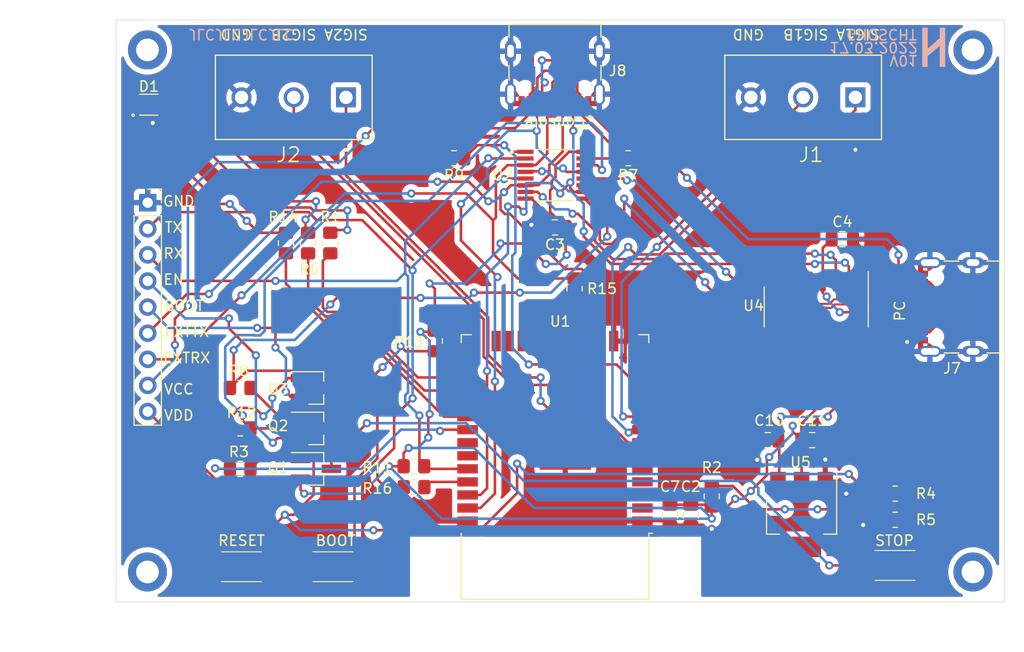
<source format=kicad_pcb>
(kicad_pcb (version 20211014) (generator pcbnew)

  (general
    (thickness 1.6)
  )

  (paper "A4")
  (title_block
    (title "Heliox Control")
    (date "2022-03-17")
    (rev "v01")
    (comment 4 "Author: GHOSCHT")
  )

  (layers
    (0 "F.Cu" signal)
    (31 "B.Cu" signal)
    (32 "B.Adhes" user "B.Adhesive")
    (33 "F.Adhes" user "F.Adhesive")
    (34 "B.Paste" user)
    (35 "F.Paste" user)
    (36 "B.SilkS" user "B.Silkscreen")
    (37 "F.SilkS" user "F.Silkscreen")
    (38 "B.Mask" user)
    (39 "F.Mask" user)
    (40 "Dwgs.User" user "User.Drawings")
    (41 "Cmts.User" user "User.Comments")
    (42 "Eco1.User" user "User.Eco1")
    (43 "Eco2.User" user "User.Eco2")
    (44 "Edge.Cuts" user)
    (45 "Margin" user)
    (46 "B.CrtYd" user "B.Courtyard")
    (47 "F.CrtYd" user "F.Courtyard")
    (48 "B.Fab" user)
    (49 "F.Fab" user)
  )

  (setup
    (stackup
      (layer "F.SilkS" (type "Top Silk Screen"))
      (layer "F.Paste" (type "Top Solder Paste"))
      (layer "F.Mask" (type "Top Solder Mask") (thickness 0.01))
      (layer "F.Cu" (type "copper") (thickness 0.035))
      (layer "dielectric 1" (type "core") (thickness 1.51) (material "FR4") (epsilon_r 4.5) (loss_tangent 0.02))
      (layer "B.Cu" (type "copper") (thickness 0.035))
      (layer "B.Mask" (type "Bottom Solder Mask") (thickness 0.01))
      (layer "B.Paste" (type "Bottom Solder Paste"))
      (layer "B.SilkS" (type "Bottom Silk Screen"))
      (copper_finish "None")
      (dielectric_constraints no)
    )
    (pad_to_mask_clearance 0)
    (pcbplotparams
      (layerselection 0x00010fc_ffffffff)
      (disableapertmacros false)
      (usegerberextensions true)
      (usegerberattributes true)
      (usegerberadvancedattributes true)
      (creategerberjobfile true)
      (svguseinch false)
      (svgprecision 6)
      (excludeedgelayer true)
      (plotframeref false)
      (viasonmask false)
      (mode 1)
      (useauxorigin false)
      (hpglpennumber 1)
      (hpglpenspeed 20)
      (hpglpendiameter 15.000000)
      (dxfpolygonmode true)
      (dxfimperialunits true)
      (dxfusepcbnewfont true)
      (psnegative false)
      (psa4output false)
      (plotreference true)
      (plotvalue false)
      (plotinvisibletext false)
      (sketchpadsonfab false)
      (subtractmaskfromsilk true)
      (outputformat 1)
      (mirror false)
      (drillshape 0)
      (scaleselection 1)
      (outputdirectory "Gerber/")
    )
  )

  (net 0 "")
  (net 1 "VDD")
  (net 2 "GND")
  (net 3 "MUXDTR")
  (net 4 "VCC")
  (net 5 "Net-(D1-Pad2)")
  (net 6 "Net-(D1-Pad1)")
  (net 7 "Net-(D1-Pad3)")
  (net 8 "RX")
  (net 9 "TX")
  (net 10 "EN")
  (net 11 "BOOT")
  (net 12 "unconnected-(J7-PadA5)")
  (net 13 "unconnected-(J7-PadB8)")
  (net 14 "unconnected-(J7-PadA8)")
  (net 15 "unconnected-(J7-PadB5)")
  (net 16 "EXTRTS")
  (net 17 "EXTDTR")
  (net 18 "Net-(Q2-Pad1)")
  (net 19 "SIG1A")
  (net 20 "SIG1B")
  (net 21 "D+")
  (net 22 "D-")
  (net 23 "SIG2A")
  (net 24 "SIG2B")
  (net 25 "RTS")
  (net 26 "Net-(Q3-Pad1)")
  (net 27 "EXTRX")
  (net 28 "EXTTX")
  (net 29 "DTR")
  (net 30 "LEDR")
  (net 31 "STOPRST")
  (net 32 "Net-(Q1-Pad1)")
  (net 33 "LEDG")
  (net 34 "LEDB")
  (net 35 "MUXRX")
  (net 36 "Net-(R15-Pad2)")
  (net 37 "MUXTX")
  (net 38 "Net-(R16-Pad2)")
  (net 39 "unconnected-(U1-Pad4)")
  (net 40 "unconnected-(U1-Pad5)")
  (net 41 "unconnected-(U1-Pad10)")
  (net 42 "unconnected-(U1-Pad11)")
  (net 43 "MUX")
  (net 44 "unconnected-(U1-Pad13)")
  (net 45 "unconnected-(U1-Pad14)")
  (net 46 "unconnected-(U1-Pad16)")
  (net 47 "unconnected-(U1-Pad19)")
  (net 48 "Net-(Q1-Pad3)")
  (net 49 "unconnected-(U1-Pad20)")
  (net 50 "unconnected-(U1-Pad21)")
  (net 51 "unconnected-(U1-Pad22)")
  (net 52 "unconnected-(U1-Pad23)")
  (net 53 "unconnected-(U1-Pad24)")
  (net 54 "unconnected-(U1-Pad26)")
  (net 55 "unconnected-(U1-Pad29)")
  (net 56 "unconnected-(U1-Pad32)")
  (net 57 "unconnected-(U1-Pad33)")
  (net 58 "Net-(R5-Pad2)")
  (net 59 "Net-(R7-Pad2)")
  (net 60 "MUXRTS")
  (net 61 "unconnected-(U4-Pad7)")
  (net 62 "unconnected-(U4-Pad8)")
  (net 63 "unconnected-(U4-Pad9)")
  (net 64 "unconnected-(U4-Pad10)")
  (net 65 "unconnected-(U4-Pad11)")
  (net 66 "unconnected-(U4-Pad12)")
  (net 67 "unconnected-(U4-Pad15)")

  (footprint "HRO_TYPE-C-31-M-12:HRO_TYPE-C-31-M-12" (layer "F.Cu") (at 187.96 101.727 90))

  (footprint "Resistor_SMD:R_0805_2012Metric_Pad1.20x1.40mm_HandSolder" (layer "F.Cu") (at 180.399 119.888))

  (footprint "Package_TO_SOT_SMD:SOT-23_Handsoldering" (layer "F.Cu") (at 124.079 117.475))

  (footprint "Resistor_SMD:R_0805_2012Metric_Pad1.20x1.40mm_HandSolder" (layer "F.Cu") (at 116.713 117.475 180))

  (footprint "Resistor_SMD:R_0805_2012Metric_Pad1.20x1.40mm_HandSolder" (layer "F.Cu") (at 180.399 122.428))

  (footprint "SKRKAEE020:SKRKAEE020" (layer "F.Cu") (at 180.399 126.873))

  (footprint "SKRKAEE020:SKRKAEE020" (layer "F.Cu") (at 116.84 127))

  (footprint "HRO_TYPE-C-31-M-12:HRO_TYPE-C-31-M-12" (layer "F.Cu") (at 147.32 76.835 180))

  (footprint "Package_SO:SOIC-16_3.9x9.9mm_P1.27mm" (layer "F.Cu") (at 172.72 101.727 -90))

  (footprint "Resistor_SMD:R_0805_2012Metric_Pad1.20x1.40mm_HandSolder" (layer "F.Cu") (at 133.604 117.221))

  (footprint "CUI_TB006-508-03BE:CUI_TB006-508-03BE" (layer "F.Cu") (at 127 81.3255 180))

  (footprint "Resistor_SMD:R_0805_2012Metric_Pad1.20x1.40mm_HandSolder" (layer "F.Cu") (at 162.56 120.142 -90))

  (footprint "CUI_TB006-508-03BE:CUI_TB006-508-03BE" (layer "F.Cu") (at 176.53 81.3255 180))

  (footprint "Capacitor_SMD:C_0805_2012Metric_Pad1.18x1.45mm_HandSolder" (layer "F.Cu") (at 160.528 122 -90))

  (footprint "Resistor_SMD:R_0805_2012Metric_Pad1.20x1.40mm_HandSolder" (layer "F.Cu") (at 154.432 87.249 180))

  (footprint "RF_Module:ESP32-WROOM-32" (layer "F.Cu") (at 147.32 114.3 180))

  (footprint "Resistor_SMD:R_0805_2012Metric_Pad1.20x1.40mm_HandSolder" (layer "F.Cu") (at 121.158 95.504 -90))

  (footprint "Package_TO_SOT_SMD:SOT-223-3_TabPin2" (layer "F.Cu") (at 171.3015 121.92 -90))

  (footprint (layer "F.Cu") (at 107.696 127.508))

  (footprint "Resistor_SMD:R_0805_2012Metric_Pad1.20x1.40mm_HandSolder" (layer "F.Cu") (at 149.225 99.949 -90))

  (footprint "CD74HC4053PWR:SOP65P640X120-16N" (layer "F.Cu") (at 147.32 88.9))

  (footprint "Capacitor_SMD:C_0805_2012Metric_Pad1.18x1.45mm_HandSolder" (layer "F.Cu") (at 167.9995 114.681 180))

  (footprint "Resistor_SMD:R_0805_2012Metric_Pad1.20x1.40mm_HandSolder" (layer "F.Cu") (at 116.713 113.538 180))

  (footprint "Capacitor_SMD:C_0805_2012Metric_Pad1.18x1.45mm_HandSolder" (layer "F.Cu") (at 158.496 122 -90))

  (footprint "Resistor_SMD:R_0805_2012Metric_Pad1.20x1.40mm_HandSolder" (layer "F.Cu") (at 135.636 105.029 -90))

  (footprint "Capacitor_SMD:C_0805_2012Metric_Pad1.18x1.45mm_HandSolder" (layer "F.Cu") (at 147.32 93.98 180))

  (footprint "Capacitor_SMD:C_0805_2012Metric_Pad1.18x1.45mm_HandSolder" (layer "F.Cu") (at 172.3175 114.681))

  (footprint "TJ-S1615CY6TGLCCSRGB-A5:TJ-S1615CY6TGLCCSRGB-A5" (layer "F.Cu") (at 107.823 82.042))

  (footprint "Connector_PinSocket_2.54mm:PinSocket_1x09_P2.54mm_Vertical" (layer "F.Cu") (at 107.721 91.577))

  (footprint "Capacitor_SMD:C_0805_2012Metric_Pad1.18x1.45mm_HandSolder" (layer "F.Cu") (at 175.26 95.123))

  (footprint "Package_TO_SOT_SMD:SOT-23_Handsoldering" (layer "F.Cu") (at 124.079 109.601))

  (footprint "Package_TO_SOT_SMD:SOT-23_Handsoldering" (layer "F.Cu") (at 124.079 113.538))

  (footprint "Resistor_SMD:R_0805_2012Metric_Pad1.20x1.40mm_HandSolder" (layer "F.Cu") (at 133.62 119.253))

  (footprint (layer "F.Cu") (at 187.96 76.708))

  (footprint "Resistor_SMD:R_0805_2012Metric_Pad1.20x1.40mm_HandSolder" (layer "F.Cu") (at 123.317 95.504 -90))

  (footprint "Resistor_SMD:R_0805_2012Metric_Pad1.20x1.40mm_HandSolder" (layer "F.Cu") (at 137.5 87.25 180))

  (footprint "Resistor_SMD:R_0805_2012Metric_Pad1.20x1.40mm_HandSolder" (layer "F.Cu") (at 125.476 95.504 -90))

  (footprint "Resistor_SMD:R_0805_2012Metric_Pad1.20x1.40mm_HandSolder" (layer "F.Cu") (at 116.713 109.601))

  (footprint "MountingHole:MountingHole_2.2mm_M2_DIN965_Pad" (layer "F.Cu") (at 107.696 76.708))

  (footprint (layer "F.Cu") (at 187.96 127.508))

  (footprint "SKRKAEE020:SKRKAEE020" (layer "F.Cu") (at 125.73 127 180))

  (footprint "logo:logo" (layer "B.Cu") (at 184.15 76.454 180))

  (gr_line (start 104.648 130.429) (end 191.008 130.429) (layer "Edge.Cuts") (width 0.05) (tstamp 00000000-0000-0000-0000-0000612be863))
  (gr_line (start 191.008 73.787) (end 104.648 73.787) (layer "Edge.Cuts") (width 0.05) (tstamp 27cb800c-91f2-4581-a3df-283140f8de7a))
  (gr_line (start 191.008 73.787) (end 191.008 130.429) (layer "Edge.Cuts") (width 0.05) (tstamp 8e2e528c-9fd7-4d33-b2f6-50348f1f17ab))
  (gr_line (start 104.648 73.787) (end 104.648 130.429) (layer "Edge.Cuts") (width 0.05) (tstamp c1dde370-6c97-4cf2-912e-7f65fb9cb8a0))
  (gr_text "V01" (at 181.229 77.724 180) (layer "B.SilkS") (tstamp 0bdb31bb-e7b5-4ded-9a42-2efeb7aa1eac)
    (effects (font (size 1 1) (thickness 0.15)) (justify mirror))
  )
  (gr_text "GHOSCHT" (at 179.07 75.184 180) (layer "B.SilkS") (tstamp 2923ebe6-b266-428c-b7d5-56fe4ec64f67)
    (effects (font (size 1 1) (thickness 0.15)) (justify mirror))
  )
  (gr_text "JLCJLCJLCJLC" (at 116.84 75.184 180) (layer "B.SilkS") (tstamp 66462769-23b4-4752-8c12-21d728be199b)
    (effects (font (size 1 1) (thickness 0.15)) (justify mirror))
  )
  (gr_text "17.03.2022" (at 178.308 76.454 180) (layer "B.SilkS") (tstamp aa17e972-073e-46ab-870d-59e31e60c64c)
    (effects (font (size 1 1) (thickness 0.15)) (justify mirror))
  )
  (gr_text "BOOT" (at 125.984 124.46) (layer "F.SilkS") (tstamp 088b35ab-6d78-4c44-aeb5-74ffb6209ceb)
    (effects (font (size 1 1) (thickness 0.15)))
  )
  (gr_text "GND" (at 166.116 75.184 180) (layer "F.SilkS") (tstamp 11b9ffc6-14e8-4e91-8762-3d81fe2a07d2)
    (effects (font (size 1 1) (thickness 0.15)))
  )
  (gr_text "TX" (at 110.236 93.98) (layer "F.SilkS") (tstamp 24d2a8f4-83f5-480f-8025-157150dffac1)
    (effects (font (size 1 1) (thickness 0.15)))
  )
  (gr_text "PC" (at 180.848 102.108 90) (layer "F.SilkS") (tstamp 2a8f9805-2ef4-442d-b857-33308da9e6ff)
    (effects (font (size 1 1) (thickness 0.15)))
  )
  (gr_text "EXTTX" (at 111.506 104.14) (layer "F.SilkS") (tstamp 42442343-71e9-4fd8-af53-d327066ba410)
    (effects (font (size 1 1) (thickness 0.15)))
  )
  (gr_text "STOP" (at 180.34 124.46) (layer "F.SilkS") (tstamp 5d4fb0aa-e113-45aa-a776-e15a6f39ec77)
    (effects (font (size 1 1) (thickness 0.15)))
  )
  (gr_text "RESET" (at 116.84 124.46) (layer "F.SilkS") (tstamp 621c3af4-90a1-4ba1-81a2-96555f589eec)
    (effects (font (size 1 1) (thickness 0.15)))
  )
  (gr_text "VCC" (at 110.744 109.728) (layer "F.SilkS") (tstamp 6226a305-f20f-4b9e-b4cb-51ceb4b5635c)
    (effects (font (size 1 1) (thickness 0.15)))
  )
  (gr_text "SIG1A" (at 176.784 75.184 180) (layer "F.SilkS") (tstamp 6cdf380d-6a57-49a6-8f50-d7a4f8042bdc)
    (effects (font (size 1 1) (thickness 0.15)))
  )
  (gr_text "SIG1B" (at 171.704 75.184 180) (layer "F.SilkS") (tstamp 80184351-19b3-4bcd-82a1-58efa7bb8354)
    (effects (font (size 1 1) (thickness 0.15)))
  )
  (gr_text "SIG2B" (at 121.92 75.184 180) (layer "F.SilkS") (tstamp 898d1a4e-37cd-49c7-9c88-360a5e2964d8)
    (effects (font (size 1 1) (thickness 0.15)))
  )
  (gr_text "EXTRX" (at 111.506 106.68) (layer "F.SilkS") (tstamp 92cb1f6a-7469-4da5-bac0-8161abd9c26a)
    (effects (font (size 1 1) (thickness 0.15)))
  )
  (gr_text "GND" (at 110.744 91.44) (layer "F.SilkS") (tstamp a97de3bc-5ccd-42d6-9a63-b1503b8a9792)
    (effects (font (size 1 1) (thickness 0.15)))
  )
  (gr_text "VDD" (at 110.744 112.268) (layer "F.SilkS") (tstamp ae528489-6d55-4f16-814d-6ca34115416c)
    (effects (font (size 1 1) (thickness 0.15)))
  )
  (gr_text "EN" (at 110.236 99.06) (layer "F.SilkS") (tstamp aead7a94-6d70-4c1c-a9ab-3cb20a40441b)
    (effects (font (size 1 1) (thickness 0.15)))
  )
  (gr_text "SIG2A" (at 127 75.184 180) (layer "F.SilkS") (tstamp c536e94d-b0a9-457b-87ac-a4d2776a6072)
    (effects (font (size 1 1) (thickness 0.15)))
  )
  (gr_text "GND" (at 116.332 75.184 180) (layer "F.SilkS") (tstamp cdd4d047-9758-4b64-9ac5-1aaa6e3ca935)
    (effects (font (size 1 1) (thickness 0.15)))
  )
  (gr_text "BOOT" (at 111.252 101.6) (layer "F.SilkS") (tstamp f4ac5d7d-9a90-4d9f-9cdf-2565605b767d)
    (effects (font (size 1 1) (thickness 0.15)))
  )
  (gr_text "Console" (at 147.32 83.82 180) (layer "F.SilkS") (tstamp f588c104-1c05-4c2f-97b5-7cbc3bc48578)
    (effects (font (size 1 1) (thickness 0.15)))
  )
  (gr_text "RX" (at 110.236 96.52) (layer "F.SilkS") (tstamp f6aa4674-d291-423a-aa6a-d393beaaa511)
    (effects (font (size 1 1) (thickness 0.15)))
  )

  (segment (start 158.1735 121.285) (end 158.496 120.9625) (width 0.25) (layer "F.Cu") (net 1) (tstamp 0269a8ed-786b-4e26-8d4b-e8bd0509b3df))
  (segment (start 176.53 102.235) (end 177.165 102.87) (width 0.25) (layer "F.Cu") (net 1) (tstamp 0772fd48-5bc3-4da8-9b0d-ccf6209591d0))
  (segment (start 134.239 104.14) (end 135.525 104.14) (width 0.25) (layer "F.Cu") (net 1) (tstamp 09539c11-3ba5-4276-b948-a5382bb78908))
  (segment (start 147.373745 87.938782) (end 147.373745 89.091655) (width 0.25) (layer "F.Cu") (net 1) (tstamp 0a4d25ef-62e0-4b22-bbc0-59aaf29e4e1b))
  (segment (start 173.355 99.252) (end 173.355 100.33) (width 0.25) (layer "F.Cu") (net 1) (tstamp 0a9c7f15-aa9f-4a0a-b05c-3fc15e0d0978))
  (segment (start 173.355 99.252) (end 173.355 95.9905) (width 0.25) (layer "F.Cu") (net 1) (tstamp 0b3fd315-37ba-42d0-8b56-30a8f9dcf11b))
  (segment (start 171.28 113.089993) (end 171.28 114.681) (width 0.25) (layer "F.Cu") (net 1) (tstamp 0b7afe7a-ff88-44ea-ac05-02dfa9d6276c))
  (segment (start 114.32352 118.49952) (end 122.50448 118.49952) (width 0.25) (layer "F.Cu") (net 1) (tstamp 0ceddf5b-010b-4f0e-9269-3bad7cb9d81b))
  (segment (start 132.604 115.935) (end 133.096 115.443) (width 0.25) (layer "F.Cu") (net 1) (tstamp 1aece9cb-2b9d-4518-9f44-0ccc0cdea940))
  (segment (start 162.56 122.303569) (end 162.574027 122.317596) (width 0.25) (layer "F.Cu") (net 1) (tstamp 1ba25e51-decd-41d7-b19b-b2ab586c204c))
  (segment (start 135.001 114.427) (end 135.001 112.268) (width 0.25) (layer "F.Cu") (net 1) (tstamp 295b5c8a-7bd7-4591-ade0-3435507c03b4))
  (segment (start 147.019901 90.207499) (end 146.849499 90.377901) (width 0.25) (layer "F.Cu") (net 1) (tstamp 3084da06-00a6-4f14-a727-3176d92c7774))
  (segment (start 122.579 118.425) (end 122.579 119.531) (width 0.25) (layer "F.Cu") (net 1) (tstamp 343cb678-90ca-4aff-af78-94cc88a75536))
  (segment (start 132.604 117.221) (end 131.191 117.221) (width 0.25) (layer "F.Cu") (net 1) (tstamp 345072f7-c29d-4b13-bb9b-df0230736cf0))
  (segment (start 171.3015 114.7025) (end 171.28 114.681) (width 0.25) (layer "F.Cu") (net 1) (tstamp 35c989e0-39e1-43ec-b239-d7e1dcb0c7f0))
  (segment (start 150.19 86.625) (end 148.687527 86.625) (width 0.25) (layer "F.Cu") (net 1) (tstamp 3998811f-7627-4474-9a17-eb562a309e9c))
  (segment (start 167.926989 116.553011) (end 168.148 116.332) (width 0.25) (layer "F.Cu") (net 1) (tstamp 3aab8366-63f5-4a9a-bf3f-b8a16b9fd9de))
  (segment (start 162.56 121.142) (end 162.56 122.303569) (width 0.25) (layer "F.Cu") (net 1) (tstamp 40840c3a-c337-4642-82f1-bbf967ef10a6))
  (segment (start 148.463 96.647) (end 148.3575 96.5415) (width 0.25) (layer "F.Cu") (net 1) (tstamp 418b02e3-6526-4cf0-82ea-c3c3238b2643))
  (segment (start 135.525 104.14) (end 135.636 104.029) (width 0.25) (layer "F.Cu") (net 1) (tstamp 427bd064-4fc8-407a-a475-7edd970c0697))
  (segment (start 173.355 95.9905) (end 174.2225 95.123) (width 0.25) (layer "F.Cu") (net 1) (tstamp 5068ffea-401d-480b-be7d-45dcc507ba42))
  (segment (start 148.687527 86.625) (end 147.373745 87.938782) (width 0.25) (layer "F.Cu") (net 1) (tstamp 521814a4-da73-4b00-bc72-f6bf4972a15b))
  (segment (start 122.50448 118.49952) (end 122.579 118.425) (width 0.25) (layer "F.Cu") (net 1) (tstamp 58d3fcfb-bd84-4bf3-8b51-59e23982d9e7))
  (segment (start 173.355 100.33) (end 173.736 100.711) (width 0.25) (layer "F.Cu") (net 1) (tstamp 6744e999-2a5e-48b8-9441-51aa812e68d7))
  (segment (start 171.3015 118.77) (end 171.3015 114.7025) (width 0.25) (layer "F.Cu") (net 1) (tstamp 6a1c6a39-a320-48b7-bab4-cc1192b1ccdd))
  (segment (start 146.431 97.536) (end 144.437849 95.542849) (width 0.25) (layer "F.Cu") (net 1) (tstamp 6bc0c4e4-8c37-4283-9083-2fd3a4acd938))
  (segment (start 177.165 104.202) (end 177.165 107.204993) (width 0.25) (layer "F.Cu") (net 1) (tstamp 73c11c9b-605e-4462-916a-83ee7cabbb43))
  (segment (start 158.3475 121.285) (end 158.496 121.1365) (width 0.25) (layer "F.Cu") (net 1) (tstamp 7e475ffe-a64d-4cb1-820d-307b1df0149b))
  (segment (start 147.019901 89.445499) (end 147.019901 90.207499) (width 0.25) (layer "F.Cu") (net 1) (tstamp 941bbab6-4510-452f-ad5d-2a8aed977d28))
  (segment (start 162.3805 120.9625) (end 162.56 121.142) (width 0.25) (layer "F.Cu") (net 1) (tstamp 986d4720-736e-424d-9f5f-f7ba753dbfe1))
  (segment (start 107.721 111.897) (end 114.32352 118.49952) (width 0.25) (layer "F.Cu") (net 1) (tstamp 9e1b2541-b67f-4b5e-bd09-efd5a0086134))
  (segment (start 166.37 119.634) (end 167.926989 118.077011) (width 0.25) (layer "F.Cu") (net 1) (tstamp a2b97d53-3195-4227-8011-b624454b9fae))
  (segment (start 167.926989 118.077011) (end 167.926989 116.553011) (width 0.25) (layer "F.Cu") (net 1) (tstamp a4064802-7875-4c55-8f07-b0762ce79d9b))
  (segment (start 170.434 113.835) (end 171.28 114.681) (width 0.25) (layer "F.Cu") (net 1) (tstamp a82069c3-7919-45fa-afa6-fc79c0228e3a))
  (segment (start 122.579 119.531) (end 122.936 119.888) (width 0.25) (layer "F.Cu") (net 1) (tstamp b34bf608-3625-42a2-9d34-609708d3b8fe))
  (segment (start 148.3575 96.5415) (end 148.3575 93.98) (width 0.25) (layer "F.Cu") (net 1) (tstamp b3668f36-2753-47f4-9a49-876054e09a6f))
  (segment (start 177.165 102.87) (end 177.165 104.202) (width 0.25) (layer "F.Cu") (net 1) (tstamp b52c907b-8b3f-4ef5-87d2-50ffb8fd7ffc))
  (segment (start 177.165 107.204993) (end 171.28 113.089993) (width 0.25) (layer "F.Cu") (net 1) (tstamp b57cd337-be8b-4f7a-a766-04c16dc178dd))
  (segment (start 162.56 121.142) (end 164.1 121.142) (width 0.25) (layer "F.Cu") (net 1) (tstamp b7affdf8-6c67-4cb0-a191-645d6b76245e))
  (segment (start 146.849499 92.471999) (end 148.3575 93.98) (width 0.25) (layer "F.Cu") (net 1) (tstamp cf0e5f6e-0749-477e-bc2b-d6bb7be2badc))
  (segment (start 135.636 104.029) (end 135.636 99.949) (width 0.25) (layer "F.Cu") (net 1) (tstamp cff3efef-0f8f-4180-b13e-7b9f6aaf6281))
  (segment (start 135.636 99.949) (end 135.128 99.441) (width 0.25) (layer "F.Cu") (net 1) (tstamp d5eef11e-fe21-4235-bc85-2c8920677f98))
  (segment (start 132.604 117.221) (end 132.604 115.935) (width 0.25) (layer "F.Cu") (net 1) (tstamp d65d2812-1361-43d8-8287-3dd1106c2248))
  (segment (start 135.001 112.268) (end 135.128 112.141) (width 0.25) (layer "F.Cu") (net 1) (tstamp d752649f-8867-4a3d-b289-6187db024c75))
  (segment (start 175.006 102.235) (end 176.53 102.235) (width 0.25) (layer "F.Cu") (net 1) (tstamp da40ea85-accb-4afa-806b-e4833abeed1e))
  (segment (start 144.437849 95.542849) (end 142.0235 95.542849) (width 0.25) (layer "F.Cu") (net 1) (tstamp dd280948-81e9-4f9a-bc19-72cd7ad9ced0))
  (segment (start 146.849499 90.377901) (end 146.849499 92.471999) (width 0.25) (layer "F.Cu") (net 1) (tstamp df14aedd-eeae-48ed-915a-c64645bc317b))
  (segment (start 164.1 121.142) (end 164.846 120.396) (width 0.25) (layer "F.Cu") (net 1) (tstamp e0622e0c-c962-4d15-afc4-1deec92b669a))
  (segment (start 155.82 121.285) (end 158.1735 121.285) (width 0.25) (layer "F.Cu") (net 1) (tstamp e607bf39-86ac-4789-9dd8-0aeab6b27e9f))
  (segment (start 160.528 120.9625) (end 162.3805 120.9625) (width 0.25) (layer "F.Cu") (net 1) (tstamp e72296f5-4107-464d-8b8b-672d9e5e5450))
  (segment (start 170.434 113.284) (end 170.434 113.835) (width 0.25) (layer "F.Cu") (net 1) (tstamp e8b56a80-d3e0-43c7-b08f-00c7e1b348c8))
  (segment (start 147.373745 89.091655) (end 147.019901 89.445499) (width 0.25) (layer "F.Cu") (net 1) (tstamp eb10ebfa-a06c-4e20-b1b8-7c952c0c52c6))
  (segment (start 158.496 120.9625) (end 160.528 120.9625) (width 0.25) (layer "F.Cu") (net 1) (tstamp f0919a17-fbb1-4692-99c4-29078db562bd))
  (via (at 164.846 120.396) (size 0.8) (drill 0.4) (layers "F.Cu" "B.Cu") (net 1) (tstamp 18840ba6-e9c9-4c29-8bba-f8492c1e4bbe))
  (via (at 133.096 115.443) (size 0.8) (drill 0.4) (layers "F.Cu" "B.Cu") (net 1) (tstamp 2021f175-0a66-43bc-8c54-3b3b783c01d1))
  (via (at 173.736 100.711) (size 0.8) (drill 0.4) (layers "F.Cu" "B.Cu") (net 1) (tstamp 232054d8-fe51-4f6e-b84d-2bc2bf4f3aa0))
  (via (at 170.434 113.284) (size 0.8) (drill 0.4) (layers "F.Cu" "B.Cu") (net 1) (tstamp 2513bb60-f36a-4b2c-bd12-64ca567aef4c))
  (via (at 166.37 119.634) (size 0.8) (drill 0.4) (layers "F.Cu" "B.Cu") (net 1) (tstamp 42f77991-b59b-460d-b37d-128406f3f563))
  (via (at 142.0235 95.542849) (size 0.8) (drill 0.4) (layers "F.Cu" "B.Cu") (net 1) (tstamp 4501db26-2488-4db9-af45-4b3467011c80))
  (via (at 134.239 104.14) (size 0.8) (drill 0.4) (layers "F.Cu" "B.Cu") (net 1) (tstamp 492b4325-719b-4029-8f69-57186437ff7d))
  (via (at 168.148 116.332) (size 0.8) (drill 0.4) (layers "F.Cu" "B.Cu") (net 1) (tstamp 50fad4b8-0f32-44e5-b80c-7c8bd244bd6b))
  (via (at 135.128 99.441) (size 0.8) (drill 0.4) (layers "F.Cu" "B.Cu") (net 1) (tstamp 6221b4e6-9140-4049-861c-0eafd26316ba))
  (via (at 148.463 96.647) (size 0.8) (drill 0.4) (layers "F.Cu" "B.Cu") (net 1) (tstamp 6cb093cc-353e-4b67-8094-551608dc1e7e))
  (via (at 162.574027 122.317596) (size 0.8) (drill 0.4) (layers "F.Cu" "B.Cu") (net 1) (tstamp 89da002b-1c6b-4f22-a7ad-bcf65f82819e))
  (via (at 135.001 114.427) (size 0.8) (drill 0.4) (layers "F.Cu" "B.Cu") (net 1) (tstamp 9cb21eb4-986e-4d26-9147-63d29d7c7b73))
  (via (at 135.128 112.141) (size 0.8) (drill 0.4) (layers "F.Cu" "B.Cu") (net 1) (tstamp bfbdec1c-3f00-4e3f-a960-a05ea99d5c95))
  (via (at 146.431 97.536) (size 0.8) (drill 0.4) (layers "F.Cu" "B.Cu") (net 1) (tstamp c4676c82-8be7-43c7-ade8-7271cc2a881f))
  (via (at 175.006 102.235) (size 0.8) (drill 0.4) (layers "F.Cu" "B.Cu") (net 1) (tstamp d5eae238-2bf7-49b2-a399-fc40f0683f3a))
  (via (at 122.936 119.888) (size 0.8) (drill 0.4) (layers "F.Cu" "B.Cu") (net 1) (tstamp dc544e89-32c3-4445-98c2-04b3b91d6685))
  (via (at 131.191 117.221) (size 0.8) (drill 0.4) (layers "F.Cu" "B.Cu") (net 1) (tstamp fb89ad61-c608-4886-acc7-50d84b02865b))
  (segment (start 165.608 120.396) (end 166.37 119.634) (width 0.25) (layer "B.Cu") (net 1) (tstamp 021e50eb-f434-436c-96fe-615aa4e1c176))
  (segment (start 131.191 117.221) (end 136.297543 122.327543) (width 0.25) (layer "B.Cu") (net 1) (tstamp 09510aad-744d-4e76-84e6-9e7d678cbe82))
  (segment (start 122.936 119.888) (end 128.524 119.888) (width 0.25) (layer "B.Cu") (net 1) (tstamp 0dadc6cf-eb96-4951-85e9-e0c787c3fdfc))
  (segment (start 136.297543 122.327543) (end 162.56408 122.327543) (width 0.25) (layer "B.Cu") (net 1) (tstamp 1458f440-8773-4375-a788-3dacc7873cb6))
  (segment (start 173.736 100.965) (end 175.006 102.235) (width 0.25) (layer "B.Cu") (net 1) (tstamp 1a060c41-e347-43d0-be76-cda6be6fabdb))
  (segment (start 162.56408 122.327543) (end 162.574027 122.317596) (width 0.25) (layer "B.Cu") (net 1) (tstamp 1b88db39-08c0-4e9a-928c-64d2b65e8f13))
  (segment (start 146.431 97.536) (end 147.574 97.536) (width 0.25) (layer "B.Cu") (net 1) (tstamp 2198910c-e4cf-47f8-bf8f-cbbbc3478ac3))
  (segment (start 135.128 99.441) (end 138.5587 99.441) (width 0.25) (layer "B.Cu") (net 1) (tstamp 22d89ba1-3f09-4e16-9854-f5e25b90a150))
  (segment (start 135.128 112.141) (end 135.128 105.029) (width 0.25) (layer "B.Cu") (net 1) (tstamp 3186f461-6363-44b7-a33a-33bed59e4434))
  (segment (start 170.434 114.046) (end 170.434 113.284) (width 0.25) (layer "B.Cu") (net 1) (tstamp 34f20199-ca06-40d1-8580-b81f90c00cf8))
  (segment (start 145.288 121.285) (end 161.541431 121.285) (width 0.25) (layer "B.Cu") (net 1) (tstamp 3a761c2b-07fd-433e-a62f-3878d7bc6ba9))
  (segment (start 147.574 97.536) (end 148.463 96.647) (width 0.25) (layer "B.Cu") (net 1) (tstamp 40ac8635-5d7f-4583-b6fb-cb9e6af80bde))
  (segment (start 142.0235 95.9762) (end 142.0235 95.542849) (width 0.25) (layer "B.Cu") (net 1) (tstamp 5776a3b0-7224-4f9f-8c81-23da99ceb6c3))
  (segment (start 168.148 116.332) (end 170.434 114.046) (width 0.25) (layer "B.Cu") (net 1) (tstamp 65722034-28f2-4b02-a23d-9f52d6b6ffc9))
  (segment (start 161.541431 121.285) (end 162.574027 122.317596) (width 0.25) (layer "B.Cu") (net 1) (tstamp 75bb7da6-039f-40b8-ba94-99186b61d8b3))
  (segment (start 173.736 100.711) (end 173.736 100.965) (width 0.25) (layer "B.Cu") (net 1) (tstamp 7b186dc8-e40f-4e57-b661-81bd77a787b0))
  (segment (start 133.096 115.443) (end 133.985 115.443) (width 0.25) (layer "B.Cu") (net 1) (tstamp 7b1c8056-d92e-4fa6-97c4-e749f8a138eb))
  (segment (start 128.524 119.888) (end 131.191 117.221) (width 0.25) (layer "B.Cu") (net 1) (tstamp 7fb664a2-82a3-4290-b696-2187d2a43efa))
  (segment (start 135.128 105.029) (end 134.239 104.14) (width 0.25) (layer "B.Cu") (net 1) (tstamp 815965e0-40fa-4af4-8276-781b56064ceb))
  (segment (start 133.096 115.443) (end 139.446 115.443) (width 0.25) (layer "B.Cu") (net 1) (tstamp 82bb7156-1a6e-4d66-a09d-1fa84847ab75))
  (segment (start 139.446 115.443) (end 145.288 121.285) (width 0.25) (layer "B.Cu") (net 1) (tstamp 8416dec8-9844-4f31-a549-a6821ad18541))
  (segment (start 133.985 115.443) (end 135.001 114.427) (width 0.25) (layer "B.Cu") (net 1) (tstamp c1e67729-27c7-45dc-869e-f9df84ca8004))
  (segment (start 164.846 120.396) (end 165.608 120.396) (width 0.25) (layer "B.Cu") (net 1) (tstamp f659ace2-501e-415d-8f61-6e9a089ba861))
  (segment (start 138.5587 99.441) (end 142.0235 95.9762) (width 0.25) (layer "B.Cu") (net 1) (tstamp fcd0d9a4-aaf2-4391-94d0-03f6e503b730))
  (segment (start 166.962 114.681) (end 166.962 116.5645) (width 0.25) (layer "F.Cu") (net 2) (tstamp 1b1a26fb-eea8-4963-98ba-3cac0a0e7699))
  (segment (start 173.6015 118.77) (end 173.6015 116.572) (width 0.25) (layer "F.Cu") (net 2) (tstamp 22dd4885-f793-41fd-ba84-9e4b22514ffd))
  (segment (start 173.6015 116.572) (end 173.6015 114.9275) (width 0.25) (layer "F.Cu") (net 2) (tstamp 24d69e87-630c-4724-b73d-b9e4caa64bc0))
  (segment (start 106.951 82.567) (end 108.204 83.82) (width 0.25) (layer "F.Cu") (net 2) (tstamp 28710afd-dbe4-49da-80e6-73b74ac15c5b))
  (segment (start 162.4545 123.2115) (end 162.56 123.317) (width 0.25) (layer "F.Cu") (net 2) (tstamp 3341f917-00e9-4810-94f3-96deafe06e46))
  (segment (start 173.6015 118.77) (end 174.523 118.77) (width 0.25) (layer "F.Cu") (net 2) (tstamp 4fa34a99-9ad0-40fe-b35b-ef05b125c097))
  (segment (start 176.2975 95.123) (end 177.165 95.9905) (width 0.25) (layer "F.Cu") (net 2) (tstamp 5113a62a-daec-470b-a57d-52848c897cce))
  (segment (start 157.8395 122.555) (end 158.496 123.2115) (width 0.25) (layer "F.Cu") (net 2) (tstamp 59e48bd4-8c69-4be4-8845-3a9b411cbd7a))
  (segment (start 160.528 123.2115) (end 162.4545 123.2115) (width 0.25) (layer "F.Cu") (net 2) (tstamp 73ad6bf0-ec84-4d6c-b16b-9e75d276023d))
  (segment (start 178.891 122.936) (end 179.399 122.428) (width 0.25) (layer "F.Cu") (net 2) (tstamp 7ad25299-91f9-411e-a806-ef030c3fa5ee))
  (segment (start 166.962 116.5645) (end 166.9835 116.586) (width 0.25) (layer "F.Cu") (net 2) (tstamp 8d9d6cc8-1df0-4396-b630-452cd78f693c))
  (segment (start 158.496 123.2115) (end 160.528 123.2115) (width 0.25) (layer "F.Cu") (net 2) (tstamp a8d0cb69-2c4b-4754-99f8-fc8a779a0974))
  (segment (start 146.2825 93.98) (end 145.288 93.98) (width 0.25) (layer "F.Cu") (net 2) (tstamp aafebac0-e116-4697-a5aa-80734c3540ae))
  (segment (start 177.292 122.936) (end 178.891 122.936) (width 0.25) (layer "F.Cu") (net 2) (tstamp b7c4e718-e9fc-41f2-9dde-a81edcc7f4a8))
  (segment (start 146.2825 93.98) (end 146.2825 92.4275) (width 0.25) (layer "F.Cu") (net 2) (tstamp bb8d4560-cfa2-4b9c-b76c-f0650fc45344))
  (segment (start 174.523 118.77) (end 175.641 119.888) (width 0.25) (layer "F.Cu") (net 2) (tstamp c01a7fa2-f6d9-4011-84aa-912ba0204808))
  (segment (start 177.165 95.9905) (end 177.165 99.252) (width 0.25) (layer "F.Cu") (net 2) (tstamp c0662c31-007e-4a59-9a39-643b26e05f6a))
  (segment (start 106.948 82.567) (end 106.951 82.567) (width 0.25) (layer "F.Cu") (net 2) (tstamp c092d043-177b-4258-bbe1-d02c6aa9e6f2))
  (segment (start 145.03 91.175) (end 144.45 91.175) (width 0.25) (layer "F.Cu") (net 2) (tstamp c2f97fc5-9d78-492f-b15d-f7f5810fb8f9))
  (segment (start 146.2825 92.4275) (end 145.03 91.175) (width 0.25) (layer "F.Cu") (net 2) (tstamp c739dce0-de60-47ea-80cc-110ffc685632))
  (segment (start 155.82 122.555) (end 157.8395 122.555) (width 0.25) (layer "F.Cu") (net 2) (tstamp cb6740b8-549b-4a6a-8a21-34c650e4454b))
  (segment (start 145.288 93.98) (end 145.034 93.726) (width 0.25) (layer "F.Cu") (net 2) (tstamp cdad915e-54fd-4ecf-ba20-70e0be97a3dc))
  (segment (start 173.6015 114.9275) (end 173.355 114.681) (width 0.25) (layer "F.Cu") (net 2) (tstamp ceff2bb7-36a6-4e42-aa95-a1cec1a60fac))
  (via (at 173.6015 116.572) (size 0.8) (drill 0.4) (layers "F.Cu" "B.Cu") (net 2) (tstamp 4b7111c5-fe81-4118-b1e4-c4d052eff531))
  (via (at 145.034 93.726) (size 0.8) (drill 0.4) (layers "F.Cu" "B.Cu") (net 2) (tstamp 5218da90-61af-4006-831f-5c2bd8064f91))
  (via (at 162.56 123.317) (size 0.8) (drill 0.4) (layers "F.Cu" "B.Cu") (net 2) (tstamp 5d2bd8b0-5cab-45cd-94be-9e46fce1ebdf))
  (via (at 108.204 83.82) (size 0.8) (drill 0.4) (layers "F.Cu" "B.Cu") (net 2) (tstamp 65d4236e-6c52-480b-8bda-0f826f32e119))
  (via (at 177.292 122.936) (size 0.8) (drill 0.4) (layers "F.Cu" "B.Cu") (net 2) (tstamp cc7203da-a79f-4b15-b87e-565d408b2693))
  (via (at 166.9835 116.586) (size 0.8) (drill 0.4) (layers "F.Cu" "B.Cu") (net 2) (tstamp dc882d02-3cc4-472e-953a-e876b227b064))
  (via (at 175.641 119.888) (size 0.8) (drill 0.4) (layers "F.Cu" "B.Cu") (net 2) (tstamp f4c05903-6605-4c59-ad49-bc9b4a305eef))
  (segment (start 167.454001 117.056501) (end 173.116999 117.056501) (width 0.25) (layer "B.Cu") (net 2) (tstamp 03701660-0af0-4e7b-9171-9ebb83616505))
  (segment (start 177.292 121.539) (end 177.292 122.936) (width 0.25) (layer "B.Cu") (net 2) (tstamp 0af4423f-526a-4566-a231-c799bbcf3554))
  (segment (start 173.116999 117.056501) (end 173.6015 116.572) (width 0.25) (layer "B.Cu") (net 2) (tstamp 9cc4dd77-3f84-4100-af30-ea4c8fa3485e))
  (segment (start 166.9835 116.586) (end 167.454001 117.056501) (width 0.25) (layer "B.Cu") (net 2) (tstamp a8fbe27e-9ac5-4a7e-9fdd-562a15ef552a))
  (segment (start 175.641 119.888) (end 177.292 121.539) (width 0.25) (layer "B.Cu") (net 2) (tstamp d221c8f4-d085-4b97-97ff-586e683055df))
  (segment (start 172.431552 105.50152) (end 173.355 104.578072) (width 0.25) (layer "F.Cu") (net 3) (tstamp 14c535e1-128b-49c2-969e-eef4ff75d108))
  (segment (start 152.099901 95.593501) (end 151.675499 95.169099) (width 0.25) (layer "F.Cu") (net 3) (tstamp 470d1942-5b9b-4342-843d-aef6b12b04ae))
  (segment (start 151.675499 92.660499) (end 150.19 91.175) (width 0.25) (layer "F.Cu") (net 3) (tstamp 50e6951e-070a-4712-8d51-d68f34bd0479))
  (segment (start 151.675499 95.169099) (end 151.675499 92.660499) (width 0.25) (layer "F.Cu") (net 3) (tstamp 7180e7ea-9ace-46a6-9015-3c87fe6a25bb))
  (segment (start 161.925 99.314) (end 161.925 99.498072) (width 0.25) (layer "F.Cu") (net 3) (tstamp 8b0156bb-5168-4899-a375-b164c17244ab))
  (segment (start 173.355 104.578072) (end 173.355 104.202) (width 0.25) (layer "F.Cu") (net 3) (tstamp 8ce91693-267c-4526-ab51-0457f057085a))
  (segment (start 167.928448 105.50152) (end 172.431552 105.50152) (width 0.25) (layer "F.Cu") (net 3) (tstamp 8fee6ae5-6a13-4319-a6c7-4ff8fadc2414))
  (segment (start 154.051 91.186) (end 154.051 94.3696) (width 0.25) (layer "F.Cu") (net 3) (tstamp 95a326cc-494d-424f-9e30-10f61f7db13d))
  (segment (start 161.925 99.498072) (end 167.928448 105.50152) (width 0.25) (layer "F.Cu") (net 3) (tstamp b9fd349d-b383-435c-8562-be9b262ad840))
  (segment (start 154.051 94.3696) (end 152.827099 95.593501) (width 0.25) (layer "F.Cu") (net 3) (tstamp dd76bfe3-6145-471a-a6e2-f667ce6b2608))
  (segment (start 152.827099 95.593501) (end 152.099901 95.593501) (width 0.25) (layer "F.Cu") (net 3) (tstamp ffb2000e-84fc-40fb-a847-21f7a641599d))
  (via (at 161.925 99.314) (size 0.8) (drill 0.4) (layers "F.Cu" "B.Cu") (net 3) (tstamp 298c1273-0262-4481-88f4-f395c24d986b))
  (via (at 154.051 91.186) (size 0.8) (drill 0.4) (layers "F.Cu" "B.Cu") (net 3) (tstamp 2ba2cf8b-7e8c-4592-aac0-8187924a8897))
  (segment (start 161.925 99.314) (end 154.051 91.44) (width 0.25) (layer "B.Cu") (net 3) (tstamp 3a3a4e13-c3e9-4ddd-ad75-8f0424005dd2))
  (segment (start 154.051 91.44) (end 154.051 91.186) (width 0.25) (layer "B.Cu") (net 3) (tstamp 443e0251-73ce-467c-b489-27f0a14fe129))
  (segment (start 149.485479 76.968479) (end 149.485479 80.785108) (width 0.25) (layer "F.Cu") (net 4) (tstamp 13f83cd7-de8f-485c-be0e-4b54fafcde0e))
  (segment (start 169.126501 114.770501) (end 169.037 114.681) (width 0.25) (layer "F.Cu") (net 4) (tstamp 1458619f-4ba2-440f-9a7e-e3ff9bd131ba))
  (segment (start 183.725371 104.177) (end 185.039 102.863371) (width 0.25) (layer "F.Cu") (net 4) (tstamp 159a00be-8b01-4939-8a20-1270111fc2a9))
  (segment (start 169.0015 118.77) (end 169.126501 118.644999) (width 0.25) (layer "F.Cu") (net 4) (tstamp 1d2837dc-2094-4b4c-8819-55e93b72904f))
  (segment (start 182.865 99.277) (end 183.689022 99.277) (width 0.25) (layer "F.Cu") (net 4) (tstamp 1db97cd5-a9c7-49d5-ac3c-31561c13d7ce))
  (segment (start 149.77 82.905) (end 153.08948 86.22448) (width 0.25) (layer "F.Cu") (net 4) (tstamp 24a583aa-0f30-44d0-a9a2-5b4656a97115))
  (segment (start 182.865 104.177) (end 181.89 104.177) (width 0.25) (layer "F.Cu") (net 4) (tstamp 31f68ee2-e0c7-40c5-a039-bf6aa69b083c))
  (segment (start 129.667 84.328) (end 128.905 85.09) (width 0.25) (layer "F.Cu") (net 4) (tstamp 44f325b7-2434-46be-9c68-c124715d1134))
  (segment (start 182.865 104.177) (end 183.725371 104.177) (width 0.25) (layer "F.Cu") (net 4) (tstamp 52f7eda6-fd5b-45d7-8bb2-d7202850821c))
  (segment (start 183.689022 99.277) (end 185.039 100.626978) (width 0.25) (layer "F.Cu") (net 4) (tstamp 60cf15eb-a9ee-40b5-89ae-b6a31cfc5fa6))
  (segment (start 185.039 102.863371) (end 185.039 101.219) (width 0.25) (layer "F.Cu") (net 4) (tstamp 676a8f69-db83-4e4e-bc79-7b0584db297e))
  (segment (start 144.87 82.905) (end 143.447 84.328) (width 0.25) (layer "F.Cu") (net 4) (tstamp 70619cc5-1c6f-48c2-9b10-232582f78a7c))
  (segment (start 169.291 114.427) (end 169.037 114.681) (width 0.25) (layer "F.Cu") (net 4) (tstamp 710596b1-3d67-433c-9052-07eb5c967758))
  (segment (start 169.291 112.395) (end 169.291 114.427) (width 0.25) (layer "F.Cu") (net 4) (tstamp 733fc3da-e9cc-4149-8c0f-4d1dbe4e5bed))
  (segment (start 185.039 100.626978) (end 185.039 101.219) (width 0.25) (layer "F.Cu") (net 4) (tstamp 739b332b-cf66-40c8-b6eb-859e1a1df42d))
  (segment (start 145.154521 77.095479) (end 145.796 76.454) (width 0.25) (layer "F.Cu") (net 4) (tstamp 7401f853-b4d1-48b8-bf29-a300484159fd))
  (segment (start 180.721 96.647) (end 180.721 98.108) (width 0.25) (layer "F.Cu") (net 4) (tstamp 8379ea4c-bb45-4960-a402-e6c9cfef45fc))
  (segment (start 149.77 81.069629) (end 149.77 81.93) (width 0.25) (layer "F.Cu") (net 4) (tstamp 8b1e5577-f512-4e17-9b8a-b8f5a598adf1))
  (segment (start 181.89 99.277) (end 182.865 99.277) (width 0.25) (layer "F.Cu") (net 4) (tstamp 8e0ead45-4c20-4b9c-b2c4-eb8d93c6147f))
  (segment (start 148.971 76.454) (end 149.485479 76.968479) (width 0.25) (layer "F.Cu") (net 4) (tstamp 8f17ef81-8651-4c75-93ec-537a207cd59c))
  (segment (start 144.87 81.069629) (end 145.154521 80.785108) (width 0.25) (layer "F.Cu") (net 4) (tstamp 98c6e729-5491-42d1-bdd1-3ad0b02fc0a5))
  (segment (start 173.863 112.204) (end 173.863 112.395) (width 0.25) (layer "F.Cu") (net 4) (tstamp 9a430b43-2369-45cf-bff2-2e8002afe0b9))
  (segment (start 180.721 98.108) (end 181.89 99.277) (width 0.25) (layer "F.Cu") (net 4) (tstamp 9ac7b8fa-9780-4cae-a1d2-c8642f09820a))
  (segment (start 129.794 84.328) (end 129.667 84.328) (width 0.25) (layer "F.Cu") (net 4) (tstamp a315dfc8-c11a-409b-bf85-1226d0fdb62e))
  (segment (start 110.363 102.87) (end 110.363 105.41) (width 0.25) (layer "F.Cu") (net 4) (tstamp acc25bff-a2ae-44d4-a22f-49eacdbb63fb))
  (segment (start 157.21748 86.22448) (end 160.147 89.154) (width 0.25) (layer "F.Cu") (net 4) (tstamp b58ed26e-a550-4162-b104-fafc9d6e8463))
  (segment (start 145.154521 80.785108) (end 145.154521 77.095479) (width 0.25) (layer "F.Cu") (net 4) (tstamp b67bd46e-8e27-46c9-a228-d31a75e65ca8))
  (segment (start 144.87 81.93) (end 144.87 81.069629) (width 0.25) (layer "F.Cu") (net 4) (tstamp bc05e958-067d-4f77-acb2-e677e3a4011e))
  (segment (start 181.89 104.177) (end 173.863 112.204) (width 0.25) (layer "F.Cu") (net 4) (tstamp bd0dd924-bb8c-42f1-8b45-50195b8253aa))
  (segment (start 153.08948 86.22448) (end 157.21748 86.22448) (width 0.25) (layer "F.Cu") (net 4) (tstamp bd144e47-ee69-44af-b18f-c084705fecea))
  (segment (start 111.633 101.6) (end 110.363 102.87) (width 0.25) (layer "F.Cu") (net 4) (tstamp c00c5cdc-e2cb-4281-a355-ceb21eef17fe))
  (segment (start 169.126501 118.644999) (end 169.126501 114.770501) (width 0.25) (layer "F.Cu") (net 4) (tstamp dce0d0c8-64fc-42c2-af24-ca4fc661c13d))
  (segment (start 149.485479 80.785108) (end 149.77 81.069629) (width 0.25) (layer "F.Cu") (net 4) (tstamp e51734af-6b81-493e-b1bd-f33ca2b4c493))
  (segment (start 149.77 81.93) (end 149.77 82.905) (width 0.25) (layer "F.Cu") (net 4) (tstamp ef53cd1c-7c4b-4540-835b-9e68e41635aa))
  (segment (start 143.447 84.328) (end 129.794 84.328) (width 0.25) (layer "F.Cu") (net 4) (tstamp f0926dee-6a22-4dc2-96fe-a98b3d49e4db))
  (segment (start 145.796 76.454) (end 148.971 76.454) (width 0.25) (layer "F.Cu") (net 4) (tstamp fa890843-4bc6-482b-8cad-eb7fdd6c27db))
  (segment (start 144.87 81.93) (end 144.87 82.905) (width 0.25) (layer "F.Cu") (net 4) (tstamp fcbcbf51-4bfb-4051-ac2b-1846cfb83bc7))
  (via (at 110.363 105.41) (size 0.8) (drill 0.4) (layers "F.Cu" "B.Cu") (net 4) (tstamp 142f234b-3d98-4c23-b6d9-45dbc8fd0e30))
  (via (at 180.721 96.647) (size 0.8) (drill 0.4) (layers "F.Cu" "B.Cu") (net 4) (tstamp 398d19a0-15b1-4e7d-a95e-e4313abdf981))
  (via (at 169.291 112.395) (size 0.8) (drill 0.4) (layers "F.Cu" "B.Cu") (net 4) (tstamp 71690529-582a-4b64-b701-7c03b26529f6))
  (via (at 111.633 101.6) (size 0.8) (drill 0.4) (layers "F.Cu" "B.Cu") (net 4) (tstamp b1bf5a46-770f-41db-b43c-ea6e83c7f178))
  (via (at 160.147 89.154) (size 0.8) (drill 0.4) (layers "F.Cu" "B.Cu") (net 4) (tstamp b789eadd-8dd4-46f8-af88-99bc532708cf))
  (via (at 128.905 85.09) (size 0.8) (drill 0.4) (layers "F.Cu" "B.Cu") (net 4) (tstamp de0d518c-fee4-4246-941c-762d667ba5e2))
  (via (at 173.863 112.395) (size 0.8) (drill 0.4) (layers "F.Cu" "B.Cu") (net 4) (tstamp e80f590a-3c5e-4e36-9608-631e254c1ff9))
  (segment (start 111.633 90.551) (end 111.633 101.6) (width 0.25) (layer "B.Cu") (net 4) (tstamp 0d98f8c6-9a2d-4e13-88bf-45c227c31044))
  (segment (start 166.116 95.123) (end 179.578 95.123) (width 0.25) (layer "B.Cu") (net 4) (tstamp 15416255-62e4-4a3e-bdbe-995c6ca7509c))
  (segment (start 110.363 106.715) (end 107.721 109.357) (width 0.25) (layer "B.Cu") (net 4) (tstamp 2af76883-c89e-4a64-88b6-2485649f3751))
  (segment (start 128.905 85.09) (end 126.365 87.63) (width 0.25) (layer "B.Cu") (net 4) (tstamp 60fa68c9-9b44-46d3-af28-f1511fbb8383))
  (segment (start 180.721 96.266) (end 180.721 96.647) (width 0.25) (layer "B.Cu") (net 4) (tstamp 66aea902-0d1b-4e4c-a66e-4346da4fffda))
  (segment (start 160.147 89.154) (end 166.116 95.123) (width 0.25) (layer "B.Cu") (net 4) (tstamp 8ee6e6d6-0399-4988-af28-f246ed41d41f))
  (segment (start 114.554 87.63) (end 111.633 90.551) (width 0.25) (layer "B.Cu") (net 4) (tstamp a8ec2c72-7335-4ea2-955a-dd8ebe35e032))
  (segment (start 179.578 95.123) (end 180.721 96.266) (width 0.25) (layer "B.Cu") (net 4) (tstamp b9c545d6-eeed-4035-bc2e-e594c40a185b))
  (segment (start 173.863 112.395) (end 169.291 112.395) (width 0.25) (layer "B.Cu") (net 4) (tstamp cd85df34-8f74-4fcf-bea1-22b89269999b))
  (segment (start 110.363 105.41) (end 110.363 106.715) (width 0.25) (layer "B.Cu") (net 4) (tstamp dfe63a93-e1f7-44dd-
... [624220 chars truncated]
</source>
